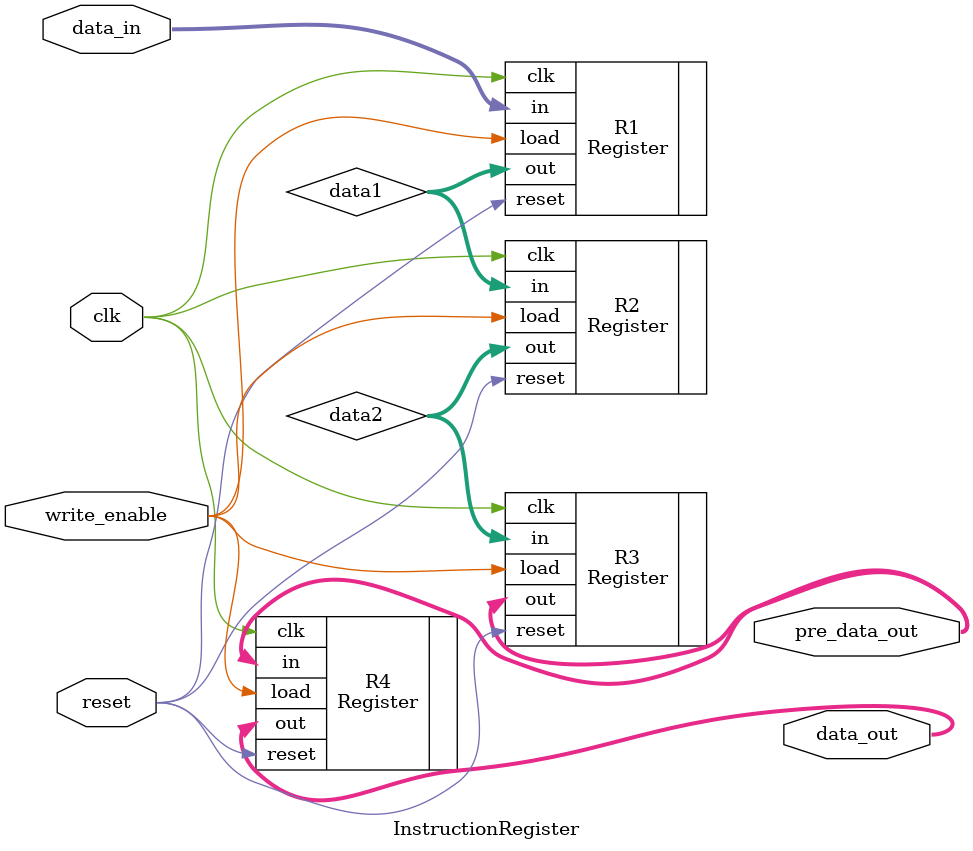
<source format=v>
`timescale 1ns / 1ps
module InstructionRegister (clk, write_enable, reset, data_in, data_out, pre_data_out);

// 16 - bit Instruction Register
// 4 stage prefetch unit
// Works on rising edge of clock
// Every input signal is active high

/* Inputs */
// clk regulates working of memory
// write_enable to enable writing to register
// reset to clear contents of register
// data_in is input data (machine code from program memory)

/* Outputs */
// data_out is output data (instruction set) from instruction register to decoder module

parameter word_size = 16; 			
parameter high_impedance = 16'hzzzz;
parameter zero = 16'h0000;

input clk, write_enable, reset;
input [word_size-1 : 0] data_in;

output [word_size-1 : 0] data_out, pre_data_out;

wire [word_size-1 : 0] data1, data2;


Register R1(.clk (clk), 
            .load (write_enable), 
				.reset (reset), 
				.in (data_in), 
				.out (data1)
				);
				
Register R2(.clk (clk), 
            .load (write_enable), 
				.reset (reset), 
				.in (data1), 
				.out (data2)
				);

Register R3(.clk (clk), 
            .load (write_enable), 
				.reset (reset), 
				.in (data2), 
				.out (pre_data_out)
				);
				
Register R4(.clk (clk), 
            .load (write_enable), 
				.reset (reset), 
				.in (pre_data_out), 
				.out (data_out)
				);

endmodule

</source>
